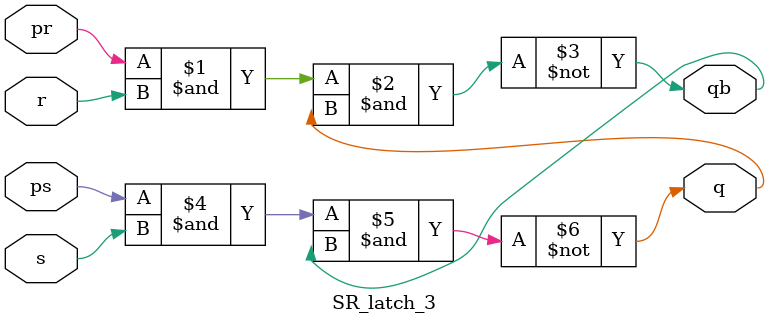
<source format=sv>
module SR_latch_2 (input s , r , output q , qb);
    nand #8 nand_1(q , s , qb);
    nand #8 nand_2(qb , r , q);
endmodule

module SR_latch_3 (input s , r , ps , pr, output q , qb);
    nand #12 nand_1(qb , pr , r , q);
    nand #12 nand_2(q , ps , s , qb);
endmodule
</source>
